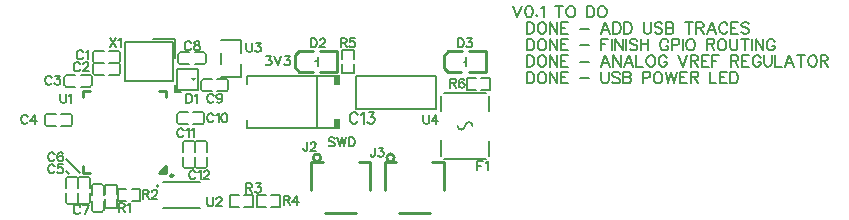
<source format=gto>
G04 Layer: TopSilkscreenLayer*
G04 EasyEDA v6.5.29, 2023-07-19 21:57:34*
G04 a2853ea9601d4119b13b16b9b4b396c2,5a6b42c53f6a479593ecc07194224c93,10*
G04 Gerber Generator version 0.2*
G04 Scale: 100 percent, Rotated: No, Reflected: No *
G04 Dimensions in millimeters *
G04 leading zeros omitted , absolute positions ,4 integer and 5 decimal *
%FSLAX45Y45*%
%MOMM*%

%ADD10C,0.1524*%
%ADD11C,0.1270*%
%ADD12C,0.1520*%
%ADD13C,0.2540*%
%ADD14C,0.2030*%
%ADD15C,0.2000*%
%ADD16C,0.0124*%

%LPD*%
D10*
X2705100Y1543050D02*
G01*
X2697988Y1550415D01*
X2687065Y1553971D01*
X2672588Y1553971D01*
X2661665Y1550415D01*
X2654300Y1543050D01*
X2654300Y1535684D01*
X2657856Y1528571D01*
X2661665Y1524762D01*
X2668777Y1521205D01*
X2690622Y1513839D01*
X2697988Y1510284D01*
X2701543Y1506728D01*
X2705100Y1499362D01*
X2705100Y1488439D01*
X2697988Y1481073D01*
X2687065Y1477518D01*
X2672588Y1477518D01*
X2661665Y1481073D01*
X2654300Y1488439D01*
X2729229Y1553971D02*
G01*
X2747263Y1477518D01*
X2765552Y1553971D02*
G01*
X2747263Y1477518D01*
X2765552Y1553971D02*
G01*
X2783840Y1477518D01*
X2801874Y1553971D02*
G01*
X2783840Y1477518D01*
X2826004Y1553971D02*
G01*
X2826004Y1477518D01*
X2826004Y1553971D02*
G01*
X2851404Y1553971D01*
X2862325Y1550415D01*
X2869691Y1543050D01*
X2873247Y1535684D01*
X2876804Y1524762D01*
X2876804Y1506728D01*
X2873247Y1495805D01*
X2869691Y1488439D01*
X2862325Y1481073D01*
X2851404Y1477518D01*
X2826004Y1477518D01*
X4330700Y2526537D02*
G01*
X4330700Y2431034D01*
X4330700Y2526537D02*
G01*
X4362450Y2526537D01*
X4376165Y2521965D01*
X4385309Y2513076D01*
X4389881Y2503931D01*
X4394454Y2490215D01*
X4394454Y2467610D01*
X4389881Y2453894D01*
X4385309Y2444750D01*
X4376165Y2435605D01*
X4362450Y2431034D01*
X4330700Y2431034D01*
X4451604Y2526537D02*
G01*
X4442459Y2521965D01*
X4433315Y2513076D01*
X4428997Y2503931D01*
X4424425Y2490215D01*
X4424425Y2467610D01*
X4428997Y2453894D01*
X4433315Y2444750D01*
X4442459Y2435605D01*
X4451604Y2431034D01*
X4469891Y2431034D01*
X4478781Y2435605D01*
X4487925Y2444750D01*
X4492497Y2453894D01*
X4497070Y2467610D01*
X4497070Y2490215D01*
X4492497Y2503931D01*
X4487925Y2513076D01*
X4478781Y2521965D01*
X4469891Y2526537D01*
X4451604Y2526537D01*
X4527041Y2526537D02*
G01*
X4527041Y2431034D01*
X4527041Y2526537D02*
G01*
X4590795Y2431034D01*
X4590795Y2526537D02*
G01*
X4590795Y2431034D01*
X4620768Y2526537D02*
G01*
X4620768Y2431034D01*
X4620768Y2526537D02*
G01*
X4679695Y2526537D01*
X4620768Y2481071D02*
G01*
X4657090Y2481071D01*
X4620768Y2431034D02*
G01*
X4679695Y2431034D01*
X4779772Y2472181D02*
G01*
X4861559Y2472181D01*
X4997958Y2526537D02*
G01*
X4961636Y2431034D01*
X4997958Y2526537D02*
G01*
X5034279Y2431034D01*
X4975352Y2463037D02*
G01*
X5020818Y2463037D01*
X5064252Y2526537D02*
G01*
X5064252Y2431034D01*
X5064252Y2526537D02*
G01*
X5096256Y2526537D01*
X5109718Y2521965D01*
X5118861Y2513076D01*
X5123434Y2503931D01*
X5128006Y2490215D01*
X5128006Y2467610D01*
X5123434Y2453894D01*
X5118861Y2444750D01*
X5109718Y2435605D01*
X5096256Y2431034D01*
X5064252Y2431034D01*
X5157977Y2526537D02*
G01*
X5157977Y2431034D01*
X5157977Y2526537D02*
G01*
X5189727Y2526537D01*
X5203443Y2521965D01*
X5212588Y2513076D01*
X5217159Y2503931D01*
X5221731Y2490215D01*
X5221731Y2467610D01*
X5217159Y2453894D01*
X5212588Y2444750D01*
X5203443Y2435605D01*
X5189727Y2431034D01*
X5157977Y2431034D01*
X5321554Y2526537D02*
G01*
X5321554Y2458465D01*
X5326125Y2444750D01*
X5335270Y2435605D01*
X5348986Y2431034D01*
X5357875Y2431034D01*
X5371591Y2435605D01*
X5380736Y2444750D01*
X5385308Y2458465D01*
X5385308Y2526537D01*
X5478779Y2513076D02*
G01*
X5469890Y2521965D01*
X5456174Y2526537D01*
X5437886Y2526537D01*
X5424424Y2521965D01*
X5415279Y2513076D01*
X5415279Y2503931D01*
X5419852Y2494787D01*
X5424424Y2490215D01*
X5433313Y2485644D01*
X5460745Y2476500D01*
X5469890Y2472181D01*
X5474208Y2467610D01*
X5478779Y2458465D01*
X5478779Y2444750D01*
X5469890Y2435605D01*
X5456174Y2431034D01*
X5437886Y2431034D01*
X5424424Y2435605D01*
X5415279Y2444750D01*
X5509006Y2526537D02*
G01*
X5509006Y2431034D01*
X5509006Y2526537D02*
G01*
X5549900Y2526537D01*
X5563361Y2521965D01*
X5567934Y2517394D01*
X5572506Y2508504D01*
X5572506Y2499360D01*
X5567934Y2490215D01*
X5563361Y2485644D01*
X5549900Y2481071D01*
X5509006Y2481071D02*
G01*
X5549900Y2481071D01*
X5563361Y2476500D01*
X5567934Y2472181D01*
X5572506Y2463037D01*
X5572506Y2449321D01*
X5567934Y2440178D01*
X5563361Y2435605D01*
X5549900Y2431034D01*
X5509006Y2431034D01*
X5704331Y2526537D02*
G01*
X5704331Y2431034D01*
X5672581Y2526537D02*
G01*
X5736081Y2526537D01*
X5766054Y2526537D02*
G01*
X5766054Y2431034D01*
X5766054Y2526537D02*
G01*
X5806947Y2526537D01*
X5820663Y2521965D01*
X5825236Y2517394D01*
X5829808Y2508504D01*
X5829808Y2499360D01*
X5825236Y2490215D01*
X5820663Y2485644D01*
X5806947Y2481071D01*
X5766054Y2481071D01*
X5798058Y2481071D02*
G01*
X5829808Y2431034D01*
X5896102Y2526537D02*
G01*
X5859779Y2431034D01*
X5896102Y2526537D02*
G01*
X5932424Y2431034D01*
X5873495Y2463037D02*
G01*
X5918961Y2463037D01*
X6030722Y2503931D02*
G01*
X6026150Y2513076D01*
X6017006Y2521965D01*
X6007861Y2526537D01*
X5989827Y2526537D01*
X5980684Y2521965D01*
X5971540Y2513076D01*
X5966968Y2503931D01*
X5962395Y2490215D01*
X5962395Y2467610D01*
X5966968Y2453894D01*
X5971540Y2444750D01*
X5980684Y2435605D01*
X5989827Y2431034D01*
X6007861Y2431034D01*
X6017006Y2435605D01*
X6026150Y2444750D01*
X6030722Y2453894D01*
X6060693Y2526537D02*
G01*
X6060693Y2431034D01*
X6060693Y2526537D02*
G01*
X6119875Y2526537D01*
X6060693Y2481071D02*
G01*
X6097015Y2481071D01*
X6060693Y2431034D02*
G01*
X6119875Y2431034D01*
X6213347Y2513076D02*
G01*
X6204458Y2521965D01*
X6190741Y2526537D01*
X6172454Y2526537D01*
X6158991Y2521965D01*
X6149847Y2513076D01*
X6149847Y2503931D01*
X6154420Y2494787D01*
X6158991Y2490215D01*
X6167881Y2485644D01*
X6195313Y2476500D01*
X6204458Y2472181D01*
X6208775Y2467610D01*
X6213347Y2458465D01*
X6213347Y2444750D01*
X6204458Y2435605D01*
X6190741Y2431034D01*
X6172454Y2431034D01*
X6158991Y2435605D01*
X6149847Y2444750D01*
X4330700Y2386837D02*
G01*
X4330700Y2291334D01*
X4330700Y2386837D02*
G01*
X4362450Y2386837D01*
X4376165Y2382265D01*
X4385309Y2373376D01*
X4389881Y2364231D01*
X4394454Y2350515D01*
X4394454Y2327910D01*
X4389881Y2314194D01*
X4385309Y2305050D01*
X4376165Y2295905D01*
X4362450Y2291334D01*
X4330700Y2291334D01*
X4451604Y2386837D02*
G01*
X4442459Y2382265D01*
X4433315Y2373376D01*
X4428997Y2364231D01*
X4424425Y2350515D01*
X4424425Y2327910D01*
X4428997Y2314194D01*
X4433315Y2305050D01*
X4442459Y2295905D01*
X4451604Y2291334D01*
X4469891Y2291334D01*
X4478781Y2295905D01*
X4487925Y2305050D01*
X4492497Y2314194D01*
X4497070Y2327910D01*
X4497070Y2350515D01*
X4492497Y2364231D01*
X4487925Y2373376D01*
X4478781Y2382265D01*
X4469891Y2386837D01*
X4451604Y2386837D01*
X4527041Y2386837D02*
G01*
X4527041Y2291334D01*
X4527041Y2386837D02*
G01*
X4590795Y2291334D01*
X4590795Y2386837D02*
G01*
X4590795Y2291334D01*
X4620768Y2386837D02*
G01*
X4620768Y2291334D01*
X4620768Y2386837D02*
G01*
X4679695Y2386837D01*
X4620768Y2341371D02*
G01*
X4657090Y2341371D01*
X4620768Y2291334D02*
G01*
X4679695Y2291334D01*
X4779772Y2332481D02*
G01*
X4861559Y2332481D01*
X4961636Y2386837D02*
G01*
X4961636Y2291334D01*
X4961636Y2386837D02*
G01*
X5020818Y2386837D01*
X4961636Y2341371D02*
G01*
X4997958Y2341371D01*
X5050790Y2386837D02*
G01*
X5050790Y2291334D01*
X5080761Y2386837D02*
G01*
X5080761Y2291334D01*
X5080761Y2386837D02*
G01*
X5144261Y2291334D01*
X5144261Y2386837D02*
G01*
X5144261Y2291334D01*
X5174234Y2386837D02*
G01*
X5174234Y2291334D01*
X5267959Y2373376D02*
G01*
X5258815Y2382265D01*
X5245354Y2386837D01*
X5227065Y2386837D01*
X5213350Y2382265D01*
X5204459Y2373376D01*
X5204459Y2364231D01*
X5208777Y2355087D01*
X5213350Y2350515D01*
X5222493Y2345944D01*
X5249672Y2336800D01*
X5258815Y2332481D01*
X5263388Y2327910D01*
X5267959Y2318765D01*
X5267959Y2305050D01*
X5258815Y2295905D01*
X5245354Y2291334D01*
X5227065Y2291334D01*
X5213350Y2295905D01*
X5204459Y2305050D01*
X5297931Y2386837D02*
G01*
X5297931Y2291334D01*
X5361686Y2386837D02*
G01*
X5361686Y2291334D01*
X5297931Y2341371D02*
G01*
X5361686Y2341371D01*
X5529834Y2364231D02*
G01*
X5525261Y2373376D01*
X5516118Y2382265D01*
X5506974Y2386837D01*
X5488940Y2386837D01*
X5479795Y2382265D01*
X5470652Y2373376D01*
X5466079Y2364231D01*
X5461508Y2350515D01*
X5461508Y2327910D01*
X5466079Y2314194D01*
X5470652Y2305050D01*
X5479795Y2295905D01*
X5488940Y2291334D01*
X5506974Y2291334D01*
X5516118Y2295905D01*
X5525261Y2305050D01*
X5529834Y2314194D01*
X5529834Y2327910D01*
X5506974Y2327910D02*
G01*
X5529834Y2327910D01*
X5559806Y2386837D02*
G01*
X5559806Y2291334D01*
X5559806Y2386837D02*
G01*
X5600700Y2386837D01*
X5614415Y2382265D01*
X5618988Y2377694D01*
X5623306Y2368804D01*
X5623306Y2355087D01*
X5618988Y2345944D01*
X5614415Y2341371D01*
X5600700Y2336800D01*
X5559806Y2336800D01*
X5653531Y2386837D02*
G01*
X5653531Y2291334D01*
X5710681Y2386837D02*
G01*
X5701538Y2382265D01*
X5692393Y2373376D01*
X5688075Y2364231D01*
X5683504Y2350515D01*
X5683504Y2327910D01*
X5688075Y2314194D01*
X5692393Y2305050D01*
X5701538Y2295905D01*
X5710681Y2291334D01*
X5728970Y2291334D01*
X5737859Y2295905D01*
X5747004Y2305050D01*
X5751575Y2314194D01*
X5756147Y2327910D01*
X5756147Y2350515D01*
X5751575Y2364231D01*
X5747004Y2373376D01*
X5737859Y2382265D01*
X5728970Y2386837D01*
X5710681Y2386837D01*
X5856224Y2386837D02*
G01*
X5856224Y2291334D01*
X5856224Y2386837D02*
G01*
X5897118Y2386837D01*
X5910579Y2382265D01*
X5915152Y2377694D01*
X5919724Y2368804D01*
X5919724Y2359660D01*
X5915152Y2350515D01*
X5910579Y2345944D01*
X5897118Y2341371D01*
X5856224Y2341371D01*
X5887974Y2341371D02*
G01*
X5919724Y2291334D01*
X5977127Y2386837D02*
G01*
X5967984Y2382265D01*
X5958840Y2373376D01*
X5954268Y2364231D01*
X5949695Y2350515D01*
X5949695Y2327910D01*
X5954268Y2314194D01*
X5958840Y2305050D01*
X5967984Y2295905D01*
X5977127Y2291334D01*
X5995161Y2291334D01*
X6004306Y2295905D01*
X6013450Y2305050D01*
X6018022Y2314194D01*
X6022593Y2327910D01*
X6022593Y2350515D01*
X6018022Y2364231D01*
X6013450Y2373376D01*
X6004306Y2382265D01*
X5995161Y2386837D01*
X5977127Y2386837D01*
X6052565Y2386837D02*
G01*
X6052565Y2318765D01*
X6057138Y2305050D01*
X6066027Y2295905D01*
X6079743Y2291334D01*
X6088888Y2291334D01*
X6102604Y2295905D01*
X6111493Y2305050D01*
X6116065Y2318765D01*
X6116065Y2386837D01*
X6178041Y2386837D02*
G01*
X6178041Y2291334D01*
X6146038Y2386837D02*
G01*
X6209791Y2386837D01*
X6239763Y2386837D02*
G01*
X6239763Y2291334D01*
X6269736Y2386837D02*
G01*
X6269736Y2291334D01*
X6269736Y2386837D02*
G01*
X6333490Y2291334D01*
X6333490Y2386837D02*
G01*
X6333490Y2291334D01*
X6431534Y2364231D02*
G01*
X6426961Y2373376D01*
X6418072Y2382265D01*
X6408927Y2386837D01*
X6390640Y2386837D01*
X6381495Y2382265D01*
X6372606Y2373376D01*
X6368034Y2364231D01*
X6363461Y2350515D01*
X6363461Y2327910D01*
X6368034Y2314194D01*
X6372606Y2305050D01*
X6381495Y2295905D01*
X6390640Y2291334D01*
X6408927Y2291334D01*
X6418072Y2295905D01*
X6426961Y2305050D01*
X6431534Y2314194D01*
X6431534Y2327910D01*
X6408927Y2327910D02*
G01*
X6431534Y2327910D01*
X4330700Y2247137D02*
G01*
X4330700Y2151634D01*
X4330700Y2247137D02*
G01*
X4362450Y2247137D01*
X4376165Y2242565D01*
X4385309Y2233676D01*
X4389881Y2224531D01*
X4394454Y2210815D01*
X4394454Y2188210D01*
X4389881Y2174494D01*
X4385309Y2165350D01*
X4376165Y2156205D01*
X4362450Y2151634D01*
X4330700Y2151634D01*
X4451604Y2247137D02*
G01*
X4442459Y2242565D01*
X4433315Y2233676D01*
X4428997Y2224531D01*
X4424425Y2210815D01*
X4424425Y2188210D01*
X4428997Y2174494D01*
X4433315Y2165350D01*
X4442459Y2156205D01*
X4451604Y2151634D01*
X4469891Y2151634D01*
X4478781Y2156205D01*
X4487925Y2165350D01*
X4492497Y2174494D01*
X4497070Y2188210D01*
X4497070Y2210815D01*
X4492497Y2224531D01*
X4487925Y2233676D01*
X4478781Y2242565D01*
X4469891Y2247137D01*
X4451604Y2247137D01*
X4527041Y2247137D02*
G01*
X4527041Y2151634D01*
X4527041Y2247137D02*
G01*
X4590795Y2151634D01*
X4590795Y2247137D02*
G01*
X4590795Y2151634D01*
X4620768Y2247137D02*
G01*
X4620768Y2151634D01*
X4620768Y2247137D02*
G01*
X4679695Y2247137D01*
X4620768Y2201671D02*
G01*
X4657090Y2201671D01*
X4620768Y2151634D02*
G01*
X4679695Y2151634D01*
X4779772Y2192781D02*
G01*
X4861559Y2192781D01*
X4997958Y2247137D02*
G01*
X4961636Y2151634D01*
X4997958Y2247137D02*
G01*
X5034279Y2151634D01*
X4975352Y2183637D02*
G01*
X5020818Y2183637D01*
X5064252Y2247137D02*
G01*
X5064252Y2151634D01*
X5064252Y2247137D02*
G01*
X5128006Y2151634D01*
X5128006Y2247137D02*
G01*
X5128006Y2151634D01*
X5194300Y2247137D02*
G01*
X5157977Y2151634D01*
X5194300Y2247137D02*
G01*
X5230622Y2151634D01*
X5171693Y2183637D02*
G01*
X5217159Y2183637D01*
X5260593Y2247137D02*
G01*
X5260593Y2151634D01*
X5260593Y2151634D02*
G01*
X5315204Y2151634D01*
X5372608Y2247137D02*
G01*
X5363463Y2242565D01*
X5354320Y2233676D01*
X5349747Y2224531D01*
X5345175Y2210815D01*
X5345175Y2188210D01*
X5349747Y2174494D01*
X5354320Y2165350D01*
X5363463Y2156205D01*
X5372608Y2151634D01*
X5390641Y2151634D01*
X5399786Y2156205D01*
X5408929Y2165350D01*
X5413502Y2174494D01*
X5418074Y2188210D01*
X5418074Y2210815D01*
X5413502Y2224531D01*
X5408929Y2233676D01*
X5399786Y2242565D01*
X5390641Y2247137D01*
X5372608Y2247137D01*
X5516118Y2224531D02*
G01*
X5511545Y2233676D01*
X5502402Y2242565D01*
X5493511Y2247137D01*
X5475224Y2247137D01*
X5466079Y2242565D01*
X5456936Y2233676D01*
X5452618Y2224531D01*
X5448045Y2210815D01*
X5448045Y2188210D01*
X5452618Y2174494D01*
X5456936Y2165350D01*
X5466079Y2156205D01*
X5475224Y2151634D01*
X5493511Y2151634D01*
X5502402Y2156205D01*
X5511545Y2165350D01*
X5516118Y2174494D01*
X5516118Y2188210D01*
X5493511Y2188210D02*
G01*
X5516118Y2188210D01*
X5616193Y2247137D02*
G01*
X5652515Y2151634D01*
X5688838Y2247137D02*
G01*
X5652515Y2151634D01*
X5718809Y2247137D02*
G01*
X5718809Y2151634D01*
X5718809Y2247137D02*
G01*
X5759704Y2247137D01*
X5773420Y2242565D01*
X5777991Y2237994D01*
X5782563Y2229104D01*
X5782563Y2219960D01*
X5777991Y2210815D01*
X5773420Y2206244D01*
X5759704Y2201671D01*
X5718809Y2201671D01*
X5750813Y2201671D02*
G01*
X5782563Y2151634D01*
X5812536Y2247137D02*
G01*
X5812536Y2151634D01*
X5812536Y2247137D02*
G01*
X5871718Y2247137D01*
X5812536Y2201671D02*
G01*
X5848858Y2201671D01*
X5812536Y2151634D02*
G01*
X5871718Y2151634D01*
X5901690Y2247137D02*
G01*
X5901690Y2151634D01*
X5901690Y2247137D02*
G01*
X5960618Y2247137D01*
X5901690Y2201671D02*
G01*
X5938011Y2201671D01*
X6060693Y2247137D02*
G01*
X6060693Y2151634D01*
X6060693Y2247137D02*
G01*
X6101588Y2247137D01*
X6115304Y2242565D01*
X6119875Y2237994D01*
X6124447Y2229104D01*
X6124447Y2219960D01*
X6119875Y2210815D01*
X6115304Y2206244D01*
X6101588Y2201671D01*
X6060693Y2201671D01*
X6092443Y2201671D02*
G01*
X6124447Y2151634D01*
X6154420Y2247137D02*
G01*
X6154420Y2151634D01*
X6154420Y2247137D02*
G01*
X6213347Y2247137D01*
X6154420Y2201671D02*
G01*
X6190741Y2201671D01*
X6154420Y2151634D02*
G01*
X6213347Y2151634D01*
X6311645Y2224531D02*
G01*
X6307074Y2233676D01*
X6297929Y2242565D01*
X6288786Y2247137D01*
X6270752Y2247137D01*
X6261608Y2242565D01*
X6252463Y2233676D01*
X6247891Y2224531D01*
X6243320Y2210815D01*
X6243320Y2188210D01*
X6247891Y2174494D01*
X6252463Y2165350D01*
X6261608Y2156205D01*
X6270752Y2151634D01*
X6288786Y2151634D01*
X6297929Y2156205D01*
X6307074Y2165350D01*
X6311645Y2174494D01*
X6311645Y2188210D01*
X6288786Y2188210D02*
G01*
X6311645Y2188210D01*
X6341618Y2247137D02*
G01*
X6341618Y2179065D01*
X6346190Y2165350D01*
X6355334Y2156205D01*
X6368795Y2151634D01*
X6377940Y2151634D01*
X6391656Y2156205D01*
X6400800Y2165350D01*
X6405118Y2179065D01*
X6405118Y2247137D01*
X6435343Y2247137D02*
G01*
X6435343Y2151634D01*
X6435343Y2151634D02*
G01*
X6489700Y2151634D01*
X6556247Y2247137D02*
G01*
X6519672Y2151634D01*
X6556247Y2247137D02*
G01*
X6592570Y2151634D01*
X6533388Y2183637D02*
G01*
X6578854Y2183637D01*
X6654291Y2247137D02*
G01*
X6654291Y2151634D01*
X6622541Y2247137D02*
G01*
X6686041Y2247137D01*
X6743445Y2247137D02*
G01*
X6734302Y2242565D01*
X6725158Y2233676D01*
X6720586Y2224531D01*
X6716268Y2210815D01*
X6716268Y2188210D01*
X6720586Y2174494D01*
X6725158Y2165350D01*
X6734302Y2156205D01*
X6743445Y2151634D01*
X6761479Y2151634D01*
X6770624Y2156205D01*
X6779768Y2165350D01*
X6784340Y2174494D01*
X6788911Y2188210D01*
X6788911Y2210815D01*
X6784340Y2224531D01*
X6779768Y2233676D01*
X6770624Y2242565D01*
X6761479Y2247137D01*
X6743445Y2247137D01*
X6818884Y2247137D02*
G01*
X6818884Y2151634D01*
X6818884Y2247137D02*
G01*
X6859777Y2247137D01*
X6873493Y2242565D01*
X6878065Y2237994D01*
X6882638Y2229104D01*
X6882638Y2219960D01*
X6878065Y2210815D01*
X6873493Y2206244D01*
X6859777Y2201671D01*
X6818884Y2201671D01*
X6850634Y2201671D02*
G01*
X6882638Y2151634D01*
X4330700Y2107437D02*
G01*
X4330700Y2011934D01*
X4330700Y2107437D02*
G01*
X4362450Y2107437D01*
X4376165Y2102865D01*
X4385309Y2093976D01*
X4389881Y2084831D01*
X4394454Y2071115D01*
X4394454Y2048510D01*
X4389881Y2034794D01*
X4385309Y2025650D01*
X4376165Y2016505D01*
X4362450Y2011934D01*
X4330700Y2011934D01*
X4451604Y2107437D02*
G01*
X4442459Y2102865D01*
X4433315Y2093976D01*
X4428997Y2084831D01*
X4424425Y2071115D01*
X4424425Y2048510D01*
X4428997Y2034794D01*
X4433315Y2025650D01*
X4442459Y2016505D01*
X4451604Y2011934D01*
X4469891Y2011934D01*
X4478781Y2016505D01*
X4487925Y2025650D01*
X4492497Y2034794D01*
X4497070Y2048510D01*
X4497070Y2071115D01*
X4492497Y2084831D01*
X4487925Y2093976D01*
X4478781Y2102865D01*
X4469891Y2107437D01*
X4451604Y2107437D01*
X4527041Y2107437D02*
G01*
X4527041Y2011934D01*
X4527041Y2107437D02*
G01*
X4590795Y2011934D01*
X4590795Y2107437D02*
G01*
X4590795Y2011934D01*
X4620768Y2107437D02*
G01*
X4620768Y2011934D01*
X4620768Y2107437D02*
G01*
X4679695Y2107437D01*
X4620768Y2061971D02*
G01*
X4657090Y2061971D01*
X4620768Y2011934D02*
G01*
X4679695Y2011934D01*
X4779772Y2053081D02*
G01*
X4861559Y2053081D01*
X4961636Y2107437D02*
G01*
X4961636Y2039365D01*
X4966208Y2025650D01*
X4975352Y2016505D01*
X4988813Y2011934D01*
X4997958Y2011934D01*
X5011674Y2016505D01*
X5020818Y2025650D01*
X5025136Y2039365D01*
X5025136Y2107437D01*
X5118861Y2093976D02*
G01*
X5109718Y2102865D01*
X5096256Y2107437D01*
X5077968Y2107437D01*
X5064252Y2102865D01*
X5055361Y2093976D01*
X5055361Y2084831D01*
X5059679Y2075687D01*
X5064252Y2071115D01*
X5073395Y2066544D01*
X5100574Y2057400D01*
X5109718Y2053081D01*
X5114290Y2048510D01*
X5118861Y2039365D01*
X5118861Y2025650D01*
X5109718Y2016505D01*
X5096256Y2011934D01*
X5077968Y2011934D01*
X5064252Y2016505D01*
X5055361Y2025650D01*
X5148834Y2107437D02*
G01*
X5148834Y2011934D01*
X5148834Y2107437D02*
G01*
X5189727Y2107437D01*
X5203443Y2102865D01*
X5208015Y2098294D01*
X5212588Y2089404D01*
X5212588Y2080260D01*
X5208015Y2071115D01*
X5203443Y2066544D01*
X5189727Y2061971D01*
X5148834Y2061971D02*
G01*
X5189727Y2061971D01*
X5203443Y2057400D01*
X5208015Y2053081D01*
X5212588Y2043937D01*
X5212588Y2030221D01*
X5208015Y2021078D01*
X5203443Y2016505D01*
X5189727Y2011934D01*
X5148834Y2011934D01*
X5312409Y2107437D02*
G01*
X5312409Y2011934D01*
X5312409Y2107437D02*
G01*
X5353304Y2107437D01*
X5367020Y2102865D01*
X5371591Y2098294D01*
X5376163Y2089404D01*
X5376163Y2075687D01*
X5371591Y2066544D01*
X5367020Y2061971D01*
X5353304Y2057400D01*
X5312409Y2057400D01*
X5433313Y2107437D02*
G01*
X5424424Y2102865D01*
X5415279Y2093976D01*
X5410708Y2084831D01*
X5406136Y2071115D01*
X5406136Y2048510D01*
X5410708Y2034794D01*
X5415279Y2025650D01*
X5424424Y2016505D01*
X5433313Y2011934D01*
X5451602Y2011934D01*
X5460745Y2016505D01*
X5469890Y2025650D01*
X5474208Y2034794D01*
X5478779Y2048510D01*
X5478779Y2071115D01*
X5474208Y2084831D01*
X5469890Y2093976D01*
X5460745Y2102865D01*
X5451602Y2107437D01*
X5433313Y2107437D01*
X5509006Y2107437D02*
G01*
X5531611Y2011934D01*
X5554218Y2107437D02*
G01*
X5531611Y2011934D01*
X5554218Y2107437D02*
G01*
X5577077Y2011934D01*
X5599684Y2107437D02*
G01*
X5577077Y2011934D01*
X5629909Y2107437D02*
G01*
X5629909Y2011934D01*
X5629909Y2107437D02*
G01*
X5688838Y2107437D01*
X5629909Y2061971D02*
G01*
X5666231Y2061971D01*
X5629909Y2011934D02*
G01*
X5688838Y2011934D01*
X5718809Y2107437D02*
G01*
X5718809Y2011934D01*
X5718809Y2107437D02*
G01*
X5759704Y2107437D01*
X5773420Y2102865D01*
X5777991Y2098294D01*
X5782563Y2089404D01*
X5782563Y2080260D01*
X5777991Y2071115D01*
X5773420Y2066544D01*
X5759704Y2061971D01*
X5718809Y2061971D01*
X5750813Y2061971D02*
G01*
X5782563Y2011934D01*
X5882640Y2107437D02*
G01*
X5882640Y2011934D01*
X5882640Y2011934D02*
G01*
X5936995Y2011934D01*
X5966968Y2107437D02*
G01*
X5966968Y2011934D01*
X5966968Y2107437D02*
G01*
X6026150Y2107437D01*
X5966968Y2061971D02*
G01*
X6003543Y2061971D01*
X5966968Y2011934D02*
G01*
X6026150Y2011934D01*
X6056122Y2107437D02*
G01*
X6056122Y2011934D01*
X6056122Y2107437D02*
G01*
X6087872Y2107437D01*
X6101588Y2102865D01*
X6110731Y2093976D01*
X6115304Y2084831D01*
X6119875Y2071115D01*
X6119875Y2048510D01*
X6115304Y2034794D01*
X6110731Y2025650D01*
X6101588Y2016505D01*
X6087872Y2011934D01*
X6056122Y2011934D01*
X2128265Y2239771D02*
G01*
X2168143Y2239771D01*
X2146300Y2210562D01*
X2157222Y2210562D01*
X2164588Y2207005D01*
X2168143Y2203450D01*
X2171700Y2192528D01*
X2171700Y2185162D01*
X2168143Y2174239D01*
X2160777Y2166873D01*
X2150109Y2163318D01*
X2139188Y2163318D01*
X2128265Y2166873D01*
X2124456Y2170684D01*
X2120900Y2177795D01*
X2195829Y2239771D02*
G01*
X2224786Y2163318D01*
X2253995Y2239771D02*
G01*
X2224786Y2163318D01*
X2285238Y2239771D02*
G01*
X2325370Y2239771D01*
X2303525Y2210562D01*
X2314447Y2210562D01*
X2321559Y2207005D01*
X2325370Y2203450D01*
X2328925Y2192528D01*
X2328925Y2185162D01*
X2325370Y2174239D01*
X2318004Y2166873D01*
X2307081Y2163318D01*
X2296159Y2163318D01*
X2285238Y2166873D01*
X2281681Y2170684D01*
X2277872Y2177795D01*
X4216400Y2666237D02*
G01*
X4252722Y2570734D01*
X4289043Y2666237D02*
G01*
X4252722Y2570734D01*
X4346447Y2666237D02*
G01*
X4332731Y2661665D01*
X4323588Y2648204D01*
X4319015Y2625344D01*
X4319015Y2611881D01*
X4323588Y2589021D01*
X4332731Y2575305D01*
X4346447Y2570734D01*
X4355591Y2570734D01*
X4369054Y2575305D01*
X4378197Y2589021D01*
X4382770Y2611881D01*
X4382770Y2625344D01*
X4378197Y2648204D01*
X4369054Y2661665D01*
X4355591Y2666237D01*
X4346447Y2666237D01*
X4417313Y2593594D02*
G01*
X4412741Y2589021D01*
X4417313Y2584450D01*
X4421886Y2589021D01*
X4417313Y2593594D01*
X4451858Y2648204D02*
G01*
X4461002Y2652776D01*
X4474463Y2666237D01*
X4474463Y2570734D01*
X4606290Y2666237D02*
G01*
X4606290Y2570734D01*
X4574540Y2666237D02*
G01*
X4638293Y2666237D01*
X4695443Y2666237D02*
G01*
X4686300Y2661665D01*
X4677409Y2652776D01*
X4672838Y2643631D01*
X4668265Y2629915D01*
X4668265Y2607310D01*
X4672838Y2593594D01*
X4677409Y2584450D01*
X4686300Y2575305D01*
X4695443Y2570734D01*
X4713731Y2570734D01*
X4722875Y2575305D01*
X4731765Y2584450D01*
X4736338Y2593594D01*
X4740909Y2607310D01*
X4740909Y2629915D01*
X4736338Y2643631D01*
X4731765Y2652776D01*
X4722875Y2661665D01*
X4713731Y2666237D01*
X4695443Y2666237D01*
X4840986Y2666237D02*
G01*
X4840986Y2570734D01*
X4840986Y2666237D02*
G01*
X4872736Y2666237D01*
X4886452Y2661665D01*
X4895595Y2652776D01*
X4899913Y2643631D01*
X4904486Y2629915D01*
X4904486Y2607310D01*
X4899913Y2593594D01*
X4895595Y2584450D01*
X4886452Y2575305D01*
X4872736Y2570734D01*
X4840986Y2570734D01*
X4961890Y2666237D02*
G01*
X4952745Y2661665D01*
X4943602Y2652776D01*
X4939029Y2643631D01*
X4934458Y2629915D01*
X4934458Y2607310D01*
X4939029Y2593594D01*
X4943602Y2584450D01*
X4952745Y2575305D01*
X4961890Y2570734D01*
X4979924Y2570734D01*
X4989068Y2575305D01*
X4998211Y2584450D01*
X5002784Y2593594D01*
X5007356Y2607310D01*
X5007356Y2629915D01*
X5002784Y2643631D01*
X4998211Y2652776D01*
X4989068Y2661665D01*
X4979924Y2666237D01*
X4961890Y2666237D01*
X3911600Y1350771D02*
G01*
X3911600Y1274318D01*
X3911600Y1350771D02*
G01*
X3958843Y1350771D01*
X3911600Y1314450D02*
G01*
X3940809Y1314450D01*
X3982974Y1336294D02*
G01*
X3990086Y1339850D01*
X4001008Y1350771D01*
X4001008Y1274318D01*
X2755900Y2392171D02*
G01*
X2755900Y2315718D01*
X2755900Y2392171D02*
G01*
X2788665Y2392171D01*
X2799588Y2388615D01*
X2803143Y2384805D01*
X2806700Y2377694D01*
X2806700Y2370328D01*
X2803143Y2362962D01*
X2799588Y2359405D01*
X2788665Y2355850D01*
X2755900Y2355850D01*
X2781300Y2355850D02*
G01*
X2806700Y2315718D01*
X2874518Y2392171D02*
G01*
X2838195Y2392171D01*
X2834386Y2359405D01*
X2838195Y2362962D01*
X2848863Y2366771D01*
X2859786Y2366771D01*
X2870708Y2362962D01*
X2878074Y2355850D01*
X2881629Y2344928D01*
X2881629Y2337562D01*
X2878074Y2326639D01*
X2870708Y2319273D01*
X2859786Y2315718D01*
X2848863Y2315718D01*
X2838195Y2319273D01*
X2834386Y2323084D01*
X2830829Y2330195D01*
X3683000Y2049271D02*
G01*
X3683000Y1972818D01*
X3683000Y2049271D02*
G01*
X3715765Y2049271D01*
X3726688Y2045715D01*
X3730243Y2041905D01*
X3733800Y2034794D01*
X3733800Y2027428D01*
X3730243Y2020062D01*
X3726688Y2016505D01*
X3715765Y2012950D01*
X3683000Y2012950D01*
X3708400Y2012950D02*
G01*
X3733800Y1972818D01*
X3801618Y2038350D02*
G01*
X3797808Y2045715D01*
X3786886Y2049271D01*
X3779774Y2049271D01*
X3768852Y2045715D01*
X3761486Y2034794D01*
X3757929Y2016505D01*
X3757929Y1998218D01*
X3761486Y1983739D01*
X3768852Y1976373D01*
X3779774Y1972818D01*
X3783329Y1972818D01*
X3794252Y1976373D01*
X3801618Y1983739D01*
X3805174Y1994662D01*
X3805174Y1998218D01*
X3801618Y2009139D01*
X3794252Y2016505D01*
X3783329Y2020062D01*
X3779774Y2020062D01*
X3768852Y2016505D01*
X3761486Y2009139D01*
X3757929Y1998218D01*
X1079500Y1109471D02*
G01*
X1079500Y1033018D01*
X1079500Y1109471D02*
G01*
X1112265Y1109471D01*
X1123188Y1105915D01*
X1126743Y1102105D01*
X1130300Y1094994D01*
X1130300Y1087628D01*
X1126743Y1080262D01*
X1123188Y1076705D01*
X1112265Y1073150D01*
X1079500Y1073150D01*
X1104900Y1073150D02*
G01*
X1130300Y1033018D01*
X1157986Y1091184D02*
G01*
X1157986Y1094994D01*
X1161795Y1102105D01*
X1165352Y1105915D01*
X1172463Y1109471D01*
X1187195Y1109471D01*
X1194308Y1105915D01*
X1198118Y1102105D01*
X1201674Y1094994D01*
X1201674Y1087628D01*
X1198118Y1080262D01*
X1190752Y1069339D01*
X1154429Y1033018D01*
X1205229Y1033018D01*
X876300Y995171D02*
G01*
X876300Y918718D01*
X876300Y995171D02*
G01*
X909065Y995171D01*
X919988Y991615D01*
X923543Y987805D01*
X927100Y980694D01*
X927100Y973328D01*
X923543Y965962D01*
X919988Y962405D01*
X909065Y958850D01*
X876300Y958850D01*
X901700Y958850D02*
G01*
X927100Y918718D01*
X951229Y980694D02*
G01*
X958595Y984250D01*
X969263Y995171D01*
X969263Y918718D01*
X2501900Y2392171D02*
G01*
X2501900Y2315718D01*
X2501900Y2392171D02*
G01*
X2527300Y2392171D01*
X2538222Y2388615D01*
X2545588Y2381250D01*
X2549143Y2373884D01*
X2552700Y2362962D01*
X2552700Y2344928D01*
X2549143Y2334005D01*
X2545588Y2326639D01*
X2538222Y2319273D01*
X2527300Y2315718D01*
X2501900Y2315718D01*
X2580386Y2373884D02*
G01*
X2580386Y2377694D01*
X2584195Y2384805D01*
X2587752Y2388615D01*
X2594863Y2392171D01*
X2609595Y2392171D01*
X2616708Y2388615D01*
X2620518Y2384805D01*
X2624074Y2377694D01*
X2624074Y2370328D01*
X2620518Y2362962D01*
X2613152Y2352039D01*
X2576829Y2315718D01*
X2627629Y2315718D01*
X3746500Y2392171D02*
G01*
X3746500Y2315718D01*
X3746500Y2392171D02*
G01*
X3771900Y2392171D01*
X3782822Y2388615D01*
X3790188Y2381250D01*
X3793743Y2373884D01*
X3797300Y2362962D01*
X3797300Y2344928D01*
X3793743Y2334005D01*
X3790188Y2326639D01*
X3782822Y2319273D01*
X3771900Y2315718D01*
X3746500Y2315718D01*
X3828795Y2392171D02*
G01*
X3868674Y2392171D01*
X3846829Y2362962D01*
X3857752Y2362962D01*
X3865118Y2359405D01*
X3868674Y2355850D01*
X3872229Y2344928D01*
X3872229Y2337562D01*
X3868674Y2326639D01*
X3861308Y2319273D01*
X3850386Y2315718D01*
X3839463Y2315718D01*
X3828795Y2319273D01*
X3824986Y2323084D01*
X3821429Y2330195D01*
X1955800Y2354071D02*
G01*
X1955800Y2299462D01*
X1959356Y2288539D01*
X1966722Y2281173D01*
X1977643Y2277618D01*
X1985009Y2277618D01*
X1995677Y2281173D01*
X2003043Y2288539D01*
X2006600Y2299462D01*
X2006600Y2354071D01*
X2038095Y2354071D02*
G01*
X2077974Y2354071D01*
X2056129Y2324862D01*
X2067052Y2324862D01*
X2074418Y2321305D01*
X2077974Y2317750D01*
X2081529Y2306828D01*
X2081529Y2299462D01*
X2077974Y2288539D01*
X2070608Y2281173D01*
X2059686Y2277618D01*
X2048763Y2277618D01*
X2038095Y2281173D01*
X2034286Y2284984D01*
X2030729Y2292095D01*
X3454400Y1744471D02*
G01*
X3454400Y1689862D01*
X3457956Y1678939D01*
X3465322Y1671573D01*
X3476243Y1668018D01*
X3483609Y1668018D01*
X3494277Y1671573D01*
X3501643Y1678939D01*
X3505200Y1689862D01*
X3505200Y1744471D01*
X3565652Y1744471D02*
G01*
X3529329Y1693418D01*
X3583940Y1693418D01*
X3565652Y1744471D02*
G01*
X3565652Y1668018D01*
X2900172Y1741931D02*
G01*
X2895854Y1751076D01*
X2886709Y1759965D01*
X2877565Y1764537D01*
X2859277Y1764537D01*
X2850388Y1759965D01*
X2841243Y1751076D01*
X2836672Y1741931D01*
X2832100Y1728215D01*
X2832100Y1705610D01*
X2836672Y1691894D01*
X2841243Y1682750D01*
X2850388Y1673605D01*
X2859277Y1669034D01*
X2877565Y1669034D01*
X2886709Y1673605D01*
X2895854Y1682750D01*
X2900172Y1691894D01*
X2930397Y1746504D02*
G01*
X2939288Y1751076D01*
X2953004Y1764537D01*
X2953004Y1669034D01*
X2992120Y1764537D02*
G01*
X3042158Y1764537D01*
X3014725Y1728215D01*
X3028441Y1728215D01*
X3037586Y1723644D01*
X3042158Y1719071D01*
X3046729Y1705610D01*
X3046729Y1696465D01*
X3042158Y1682750D01*
X3033013Y1673605D01*
X3019297Y1669034D01*
X3005836Y1669034D01*
X2992120Y1673605D01*
X2987547Y1678178D01*
X2982975Y1687321D01*
X1956054Y1163065D02*
G01*
X1956054Y1086612D01*
X1956054Y1163065D02*
G01*
X1988820Y1163065D01*
X1999741Y1159510D01*
X2003297Y1155700D01*
X2007108Y1148587D01*
X2007108Y1141221D01*
X2003297Y1133855D01*
X1999741Y1130300D01*
X1988820Y1126744D01*
X1956054Y1126744D01*
X1981454Y1126744D02*
G01*
X2007108Y1086612D01*
X2038350Y1163065D02*
G01*
X2078227Y1163065D01*
X2056384Y1133855D01*
X2067306Y1133855D01*
X2074672Y1130300D01*
X2078227Y1126744D01*
X2082038Y1115821D01*
X2082038Y1108455D01*
X2078227Y1097534D01*
X2071115Y1090421D01*
X2060193Y1086612D01*
X2049272Y1086612D01*
X2038350Y1090421D01*
X2034540Y1093978D01*
X2030984Y1101344D01*
X2273300Y1058671D02*
G01*
X2273300Y982218D01*
X2273300Y1058671D02*
G01*
X2306065Y1058671D01*
X2316988Y1055115D01*
X2320543Y1051305D01*
X2324100Y1044194D01*
X2324100Y1036828D01*
X2320543Y1029462D01*
X2316988Y1025905D01*
X2306065Y1022350D01*
X2273300Y1022350D01*
X2298700Y1022350D02*
G01*
X2324100Y982218D01*
X2384552Y1058671D02*
G01*
X2348229Y1007618D01*
X2402840Y1007618D01*
X2384552Y1058671D02*
G01*
X2384552Y982218D01*
X334010Y1408684D02*
G01*
X330200Y1416050D01*
X323087Y1423415D01*
X315721Y1426971D01*
X301244Y1426971D01*
X293878Y1423415D01*
X286765Y1416050D01*
X282955Y1408684D01*
X279400Y1397762D01*
X279400Y1379728D01*
X282955Y1368805D01*
X286765Y1361439D01*
X293878Y1354073D01*
X301244Y1350518D01*
X315721Y1350518D01*
X323087Y1354073D01*
X330200Y1361439D01*
X334010Y1368805D01*
X401573Y1416050D02*
G01*
X398018Y1423415D01*
X387095Y1426971D01*
X379729Y1426971D01*
X368807Y1423415D01*
X361695Y1412494D01*
X357886Y1394205D01*
X357886Y1375918D01*
X361695Y1361439D01*
X368807Y1354073D01*
X379729Y1350518D01*
X383286Y1350518D01*
X394207Y1354073D01*
X401573Y1361439D01*
X405129Y1372362D01*
X405129Y1375918D01*
X401573Y1386839D01*
X394207Y1394205D01*
X383286Y1397762D01*
X379729Y1397762D01*
X368807Y1394205D01*
X361695Y1386839D01*
X357886Y1375918D01*
X549910Y964184D02*
G01*
X546100Y971550D01*
X538987Y978915D01*
X531621Y982471D01*
X517144Y982471D01*
X509778Y978915D01*
X502665Y971550D01*
X498855Y964184D01*
X495300Y953262D01*
X495300Y935228D01*
X498855Y924305D01*
X502665Y916939D01*
X509778Y909573D01*
X517144Y906018D01*
X531621Y906018D01*
X538987Y909573D01*
X546100Y916939D01*
X549910Y924305D01*
X624839Y982471D02*
G01*
X588263Y906018D01*
X573786Y982471D02*
G01*
X624839Y982471D01*
X334010Y1307084D02*
G01*
X330200Y1314450D01*
X323087Y1321815D01*
X315721Y1325371D01*
X301244Y1325371D01*
X293878Y1321815D01*
X286765Y1314450D01*
X282955Y1307084D01*
X279400Y1296162D01*
X279400Y1278128D01*
X282955Y1267205D01*
X286765Y1259839D01*
X293878Y1252473D01*
X301244Y1248918D01*
X315721Y1248918D01*
X323087Y1252473D01*
X330200Y1259839D01*
X334010Y1267205D01*
X401573Y1325371D02*
G01*
X365252Y1325371D01*
X361695Y1292605D01*
X365252Y1296162D01*
X376173Y1299971D01*
X387095Y1299971D01*
X398018Y1296162D01*
X405129Y1289050D01*
X408939Y1278128D01*
X408939Y1270762D01*
X405129Y1259839D01*
X398018Y1252473D01*
X387095Y1248918D01*
X376173Y1248918D01*
X365252Y1252473D01*
X361695Y1256284D01*
X357886Y1263395D01*
X800100Y2392171D02*
G01*
X850900Y2315718D01*
X850900Y2392171D02*
G01*
X800100Y2315718D01*
X875029Y2377694D02*
G01*
X882395Y2381250D01*
X893063Y2392171D01*
X893063Y2315718D01*
X1489709Y2348484D02*
G01*
X1485900Y2355850D01*
X1478788Y2363215D01*
X1471422Y2366771D01*
X1456943Y2366771D01*
X1449577Y2363215D01*
X1442465Y2355850D01*
X1438656Y2348484D01*
X1435100Y2337562D01*
X1435100Y2319528D01*
X1438656Y2308605D01*
X1442465Y2301239D01*
X1449577Y2293873D01*
X1456943Y2290318D01*
X1471422Y2290318D01*
X1478788Y2293873D01*
X1485900Y2301239D01*
X1489709Y2308605D01*
X1531874Y2366771D02*
G01*
X1520952Y2363215D01*
X1517395Y2355850D01*
X1517395Y2348484D01*
X1520952Y2341371D01*
X1528063Y2337562D01*
X1542795Y2334005D01*
X1553718Y2330450D01*
X1560829Y2323084D01*
X1564640Y2315718D01*
X1564640Y2304795D01*
X1560829Y2297684D01*
X1557274Y2293873D01*
X1546352Y2290318D01*
X1531874Y2290318D01*
X1520952Y2293873D01*
X1517395Y2297684D01*
X1513586Y2304795D01*
X1513586Y2315718D01*
X1517395Y2323084D01*
X1524508Y2330450D01*
X1535429Y2334005D01*
X1549908Y2337562D01*
X1557274Y2341371D01*
X1560829Y2348484D01*
X1560829Y2355850D01*
X1557274Y2363215D01*
X1546352Y2366771D01*
X1531874Y2366771D01*
X575310Y2272284D02*
G01*
X571500Y2279650D01*
X564387Y2287015D01*
X557021Y2290571D01*
X542544Y2290571D01*
X535178Y2287015D01*
X528065Y2279650D01*
X524255Y2272284D01*
X520700Y2261362D01*
X520700Y2243328D01*
X524255Y2232405D01*
X528065Y2225039D01*
X535178Y2217673D01*
X542544Y2214118D01*
X557021Y2214118D01*
X564387Y2217673D01*
X571500Y2225039D01*
X575310Y2232405D01*
X599186Y2276094D02*
G01*
X606552Y2279650D01*
X617473Y2290571D01*
X617473Y2214118D01*
X549910Y2170684D02*
G01*
X546100Y2178050D01*
X538987Y2185415D01*
X531621Y2188971D01*
X517144Y2188971D01*
X509778Y2185415D01*
X502665Y2178050D01*
X498855Y2170684D01*
X495300Y2159762D01*
X495300Y2141728D01*
X498855Y2130805D01*
X502665Y2123439D01*
X509778Y2116073D01*
X517144Y2112518D01*
X531621Y2112518D01*
X538987Y2116073D01*
X546100Y2123439D01*
X549910Y2130805D01*
X577595Y2170684D02*
G01*
X577595Y2174494D01*
X581152Y2181605D01*
X584707Y2185415D01*
X592073Y2188971D01*
X606552Y2188971D01*
X613918Y2185415D01*
X617473Y2181605D01*
X621029Y2174494D01*
X621029Y2167128D01*
X617473Y2159762D01*
X610107Y2148839D01*
X573786Y2112518D01*
X624839Y2112518D01*
X381000Y1922271D02*
G01*
X381000Y1867662D01*
X384555Y1856739D01*
X391921Y1849373D01*
X402844Y1845818D01*
X410210Y1845818D01*
X420878Y1849373D01*
X428244Y1856739D01*
X431800Y1867662D01*
X431800Y1922271D01*
X455929Y1907794D02*
G01*
X463295Y1911350D01*
X473963Y1922271D01*
X473963Y1845818D01*
X308610Y2056384D02*
G01*
X304800Y2063750D01*
X297687Y2071115D01*
X290321Y2074671D01*
X275844Y2074671D01*
X268478Y2071115D01*
X261365Y2063750D01*
X257555Y2056384D01*
X254000Y2045462D01*
X254000Y2027428D01*
X257555Y2016505D01*
X261365Y2009139D01*
X268478Y2001773D01*
X275844Y1998218D01*
X290321Y1998218D01*
X297687Y2001773D01*
X304800Y2009139D01*
X308610Y2016505D01*
X339852Y2074671D02*
G01*
X379729Y2074671D01*
X357886Y2045462D01*
X368807Y2045462D01*
X376173Y2041905D01*
X379729Y2038350D01*
X383539Y2027428D01*
X383539Y2020062D01*
X379729Y2009139D01*
X372618Y2001773D01*
X361695Y1998218D01*
X350773Y1998218D01*
X339852Y2001773D01*
X336295Y2005584D01*
X332486Y2012695D01*
X105410Y1726184D02*
G01*
X101600Y1733550D01*
X94487Y1740915D01*
X87121Y1744471D01*
X72644Y1744471D01*
X65278Y1740915D01*
X58165Y1733550D01*
X54355Y1726184D01*
X50800Y1715262D01*
X50800Y1697228D01*
X54355Y1686305D01*
X58165Y1678939D01*
X65278Y1671573D01*
X72644Y1668018D01*
X87121Y1668018D01*
X94487Y1671573D01*
X101600Y1678939D01*
X105410Y1686305D01*
X165607Y1744471D02*
G01*
X129286Y1693418D01*
X183895Y1693418D01*
X165607Y1744471D02*
G01*
X165607Y1668018D01*
X1625600Y1045971D02*
G01*
X1625600Y991362D01*
X1629156Y980439D01*
X1636522Y973073D01*
X1647443Y969518D01*
X1654809Y969518D01*
X1665477Y973073D01*
X1672843Y980439D01*
X1676400Y991362D01*
X1676400Y1045971D01*
X1704086Y1027684D02*
G01*
X1704086Y1031494D01*
X1707895Y1038605D01*
X1711452Y1042415D01*
X1718563Y1045971D01*
X1733295Y1045971D01*
X1740408Y1042415D01*
X1744218Y1038605D01*
X1747774Y1031494D01*
X1747774Y1024128D01*
X1744218Y1016762D01*
X1736852Y1005839D01*
X1700529Y969518D01*
X1751329Y969518D01*
X1426209Y1611884D02*
G01*
X1422400Y1619250D01*
X1415288Y1626615D01*
X1407922Y1630171D01*
X1393443Y1630171D01*
X1386077Y1626615D01*
X1378965Y1619250D01*
X1375156Y1611884D01*
X1371600Y1600962D01*
X1371600Y1582928D01*
X1375156Y1572005D01*
X1378965Y1564639D01*
X1386077Y1557273D01*
X1393443Y1553718D01*
X1407922Y1553718D01*
X1415288Y1557273D01*
X1422400Y1564639D01*
X1426209Y1572005D01*
X1450086Y1615694D02*
G01*
X1457452Y1619250D01*
X1468374Y1630171D01*
X1468374Y1553718D01*
X1492250Y1615694D02*
G01*
X1499615Y1619250D01*
X1510538Y1630171D01*
X1510538Y1553718D01*
X1527809Y1256284D02*
G01*
X1524000Y1263650D01*
X1516888Y1271015D01*
X1509522Y1274571D01*
X1495043Y1274571D01*
X1487677Y1271015D01*
X1480565Y1263650D01*
X1476756Y1256284D01*
X1473200Y1245362D01*
X1473200Y1227328D01*
X1476756Y1216405D01*
X1480565Y1209039D01*
X1487677Y1201673D01*
X1495043Y1198118D01*
X1509522Y1198118D01*
X1516888Y1201673D01*
X1524000Y1209039D01*
X1527809Y1216405D01*
X1551686Y1260094D02*
G01*
X1559052Y1263650D01*
X1569974Y1274571D01*
X1569974Y1198118D01*
X1597659Y1256284D02*
G01*
X1597659Y1260094D01*
X1601215Y1267205D01*
X1604772Y1271015D01*
X1612138Y1274571D01*
X1626615Y1274571D01*
X1633981Y1271015D01*
X1637538Y1267205D01*
X1641093Y1260094D01*
X1641093Y1252728D01*
X1637538Y1245362D01*
X1630172Y1234439D01*
X1593850Y1198118D01*
X1644904Y1198118D01*
X1680209Y1738884D02*
G01*
X1676400Y1746250D01*
X1669288Y1753615D01*
X1661922Y1757171D01*
X1647443Y1757171D01*
X1640077Y1753615D01*
X1632965Y1746250D01*
X1629156Y1738884D01*
X1625600Y1727962D01*
X1625600Y1709928D01*
X1629156Y1699005D01*
X1632965Y1691639D01*
X1640077Y1684273D01*
X1647443Y1680718D01*
X1661922Y1680718D01*
X1669288Y1684273D01*
X1676400Y1691639D01*
X1680209Y1699005D01*
X1704086Y1742694D02*
G01*
X1711452Y1746250D01*
X1722374Y1757171D01*
X1722374Y1680718D01*
X1768093Y1757171D02*
G01*
X1757172Y1753615D01*
X1750059Y1742694D01*
X1746250Y1724405D01*
X1746250Y1713484D01*
X1750059Y1695195D01*
X1757172Y1684273D01*
X1768093Y1680718D01*
X1775459Y1680718D01*
X1786381Y1684273D01*
X1793493Y1695195D01*
X1797304Y1713484D01*
X1797304Y1724405D01*
X1793493Y1742694D01*
X1786381Y1753615D01*
X1775459Y1757171D01*
X1768093Y1757171D01*
X1680209Y1903984D02*
G01*
X1676400Y1911350D01*
X1669288Y1918715D01*
X1661922Y1922271D01*
X1647443Y1922271D01*
X1640077Y1918715D01*
X1632965Y1911350D01*
X1629156Y1903984D01*
X1625600Y1893062D01*
X1625600Y1875028D01*
X1629156Y1864105D01*
X1632965Y1856739D01*
X1640077Y1849373D01*
X1647443Y1845818D01*
X1661922Y1845818D01*
X1669288Y1849373D01*
X1676400Y1856739D01*
X1680209Y1864105D01*
X1751329Y1896871D02*
G01*
X1747774Y1885950D01*
X1740408Y1878584D01*
X1729486Y1875028D01*
X1725929Y1875028D01*
X1715008Y1878584D01*
X1707895Y1885950D01*
X1704086Y1896871D01*
X1704086Y1900428D01*
X1707895Y1911350D01*
X1715008Y1918715D01*
X1725929Y1922271D01*
X1729486Y1922271D01*
X1740408Y1918715D01*
X1747774Y1911350D01*
X1751329Y1896871D01*
X1751329Y1878584D01*
X1747774Y1860295D01*
X1740408Y1849373D01*
X1729486Y1845818D01*
X1722374Y1845818D01*
X1711452Y1849373D01*
X1707895Y1856739D01*
X1447800Y1922271D02*
G01*
X1447800Y1845818D01*
X1447800Y1922271D02*
G01*
X1473200Y1922271D01*
X1484122Y1918715D01*
X1491488Y1911350D01*
X1495043Y1903984D01*
X1498600Y1893062D01*
X1498600Y1875028D01*
X1495043Y1864105D01*
X1491488Y1856739D01*
X1484122Y1849373D01*
X1473200Y1845818D01*
X1447800Y1845818D01*
X1522729Y1907794D02*
G01*
X1530095Y1911350D01*
X1540763Y1922271D01*
X1540763Y1845818D01*
X2474722Y1515871D02*
G01*
X2474722Y1457705D01*
X2471165Y1446784D01*
X2467609Y1442973D01*
X2460243Y1439418D01*
X2452877Y1439418D01*
X2445765Y1442973D01*
X2441956Y1446784D01*
X2438400Y1457705D01*
X2438400Y1464818D01*
X2502408Y1497584D02*
G01*
X2502408Y1501394D01*
X2505963Y1508505D01*
X2509774Y1512315D01*
X2516886Y1515871D01*
X2531363Y1515871D01*
X2538729Y1512315D01*
X2542286Y1508505D01*
X2546095Y1501394D01*
X2546095Y1494028D01*
X2542286Y1486662D01*
X2535174Y1475739D01*
X2498852Y1439418D01*
X2549652Y1439418D01*
X3046222Y1465071D02*
G01*
X3046222Y1406905D01*
X3042665Y1395984D01*
X3039109Y1392173D01*
X3031743Y1388618D01*
X3024377Y1388618D01*
X3017265Y1392173D01*
X3013456Y1395984D01*
X3009900Y1406905D01*
X3009900Y1414018D01*
X3077463Y1465071D02*
G01*
X3117595Y1465071D01*
X3095752Y1435862D01*
X3106674Y1435862D01*
X3113786Y1432305D01*
X3117595Y1428750D01*
X3121152Y1417828D01*
X3121152Y1410462D01*
X3117595Y1399539D01*
X3110229Y1392173D01*
X3099308Y1388618D01*
X3088386Y1388618D01*
X3077463Y1392173D01*
X3073908Y1395984D01*
X3070352Y1403095D01*
G36*
X2701798Y2084425D02*
G01*
X2701798Y1999030D01*
X2747518Y1999030D01*
X2747518Y2084425D01*
G37*
G36*
X2701798Y1709369D02*
G01*
X2701798Y1623974D01*
X2747518Y1623974D01*
X2747518Y1709369D01*
G37*
G36*
X1485493Y2057196D02*
G01*
X1507998Y2034692D01*
X1530502Y2057196D01*
G37*
D11*
X431800Y1371600D02*
G01*
X549275Y1247775D01*
X431800Y1270000D02*
G01*
X457200Y1244600D01*
D12*
X3630223Y1371600D02*
G01*
X3985823Y1371600D01*
X3632200Y1930400D02*
G01*
X3987800Y1930400D01*
D10*
X4013200Y1524000D02*
G01*
X4013200Y1397000D01*
X4013200Y1778000D02*
G01*
X4013200Y1905000D01*
X3606800Y1397000D02*
G01*
X3606800Y1527505D01*
X3606800Y1905000D02*
G01*
X3606800Y1778000D01*
X2869260Y2174478D02*
G01*
X2869260Y2102675D01*
X2769539Y2102675D01*
X2769539Y2174478D01*
X2869260Y2219721D02*
G01*
X2869260Y2291524D01*
X2769539Y2291524D01*
X2769539Y2219721D01*
X3901678Y1956739D02*
G01*
X3829875Y1956739D01*
X3829875Y2056460D01*
X3901678Y2056460D01*
X3946921Y1956739D02*
G01*
X4018724Y1956739D01*
X4018724Y2056460D01*
X3946921Y2056460D01*
X987821Y1116660D02*
G01*
X1059624Y1116660D01*
X1059624Y1016939D01*
X987821Y1016939D01*
X942578Y1116660D02*
G01*
X870775Y1116660D01*
X870775Y1016939D01*
X942578Y1016939D01*
X862660Y1031478D02*
G01*
X862660Y959675D01*
X762939Y959675D01*
X762939Y1031478D01*
X862660Y1076721D02*
G01*
X862660Y1148524D01*
X762939Y1148524D01*
X762939Y1076721D01*
D13*
X2729229Y2110739D02*
G01*
X2729229Y2283460D01*
X2729229Y2283460D02*
G01*
X2581909Y2283460D01*
X2729229Y2110739D02*
G01*
X2581909Y2110739D01*
X2523490Y2283460D02*
G01*
X2406650Y2283460D01*
X2520950Y2110739D02*
G01*
X2406650Y2110739D01*
X2406650Y2110739D02*
G01*
X2371090Y2146300D01*
X2371090Y2247900D01*
X2406650Y2283460D01*
D14*
X2560320Y2156460D02*
G01*
X2560320Y2235200D01*
X2560320Y2196304D02*
G01*
X2542783Y2196304D01*
D13*
X3986529Y2109414D02*
G01*
X3986529Y2282134D01*
X3986529Y2282134D02*
G01*
X3839209Y2282134D01*
X3986529Y2109414D02*
G01*
X3839209Y2109414D01*
X3780790Y2282134D02*
G01*
X3663950Y2282134D01*
X3778250Y2109414D02*
G01*
X3663950Y2109414D01*
X3663950Y2109414D02*
G01*
X3628390Y2144974D01*
X3628390Y2246574D01*
X3663950Y2282134D01*
D14*
X3817620Y2155134D02*
G01*
X3817620Y2233874D01*
X3817620Y2194979D02*
G01*
X3800083Y2194979D01*
D10*
X1741192Y2068880D02*
G01*
X1916432Y2068880D01*
X1916432Y2173041D01*
X1741192Y2376119D02*
G01*
X1916432Y2376119D01*
X1916432Y2271958D01*
X1741192Y2176960D02*
G01*
X1741192Y2268039D01*
X3565921Y1790760D02*
G01*
X2885678Y1790760D01*
X2885678Y2070039D01*
X3565921Y2070039D01*
X3565921Y1790760D01*
X1964176Y2076820D02*
G01*
X2709423Y2076820D01*
X1964176Y1631579D02*
G01*
X2709423Y1631579D01*
X2557226Y2076820D02*
G01*
X2557226Y1631579D01*
X1964176Y2076820D02*
G01*
X1964176Y2004118D01*
X1964176Y1631579D02*
G01*
X1964176Y1704281D01*
X1895078Y966139D02*
G01*
X1823275Y966139D01*
X1823275Y1065860D01*
X1895078Y1065860D01*
X1940321Y966139D02*
G01*
X2012124Y966139D01*
X2012124Y1065860D01*
X1940321Y1065860D01*
X2123678Y966139D02*
G01*
X2051875Y966139D01*
X2051875Y1065860D01*
X2123678Y1065860D01*
X2168921Y966139D02*
G01*
X2240724Y966139D01*
X2240724Y1065860D01*
X2168921Y1065860D01*
X634060Y1003269D02*
G01*
X634060Y1082278D01*
X534339Y1082278D02*
G01*
X534339Y1003269D01*
X549579Y988029D02*
G01*
X618820Y988029D01*
X634060Y1206530D02*
G01*
X634060Y1127521D01*
X534339Y1127521D02*
G01*
X534339Y1206530D01*
X549579Y1221770D02*
G01*
X618820Y1221770D01*
X748360Y939769D02*
G01*
X748360Y1018778D01*
X648639Y1018778D02*
G01*
X648639Y939769D01*
X663879Y924529D02*
G01*
X733120Y924529D01*
X748360Y1143030D02*
G01*
X748360Y1064021D01*
X648639Y1064021D02*
G01*
X648639Y1143030D01*
X663879Y1158270D02*
G01*
X733120Y1158270D01*
X532460Y1127523D02*
G01*
X532460Y1206530D01*
X432739Y1206530D02*
G01*
X432742Y1127521D01*
X517217Y1221770D02*
G01*
X447979Y1221767D01*
X432739Y1003269D02*
G01*
X432739Y1082276D01*
X532457Y1082278D02*
G01*
X532460Y1003269D01*
X517220Y988032D02*
G01*
X447982Y988029D01*
X1333159Y2364948D02*
G01*
X1333159Y2029226D01*
X927440Y2029226D01*
X927440Y2364948D01*
X1333159Y2364948D01*
X1356019Y2222088D02*
G01*
X1356019Y2387808D01*
X1170299Y2387808D01*
X1521221Y2172639D02*
G01*
X1600230Y2172639D01*
X1600230Y2272360D02*
G01*
X1521221Y2272357D01*
X1615470Y2187882D02*
G01*
X1615467Y2257120D01*
X1396969Y2272360D02*
G01*
X1475978Y2272360D01*
X1475978Y2172642D02*
G01*
X1396969Y2172639D01*
X1381732Y2187879D02*
G01*
X1381729Y2257117D01*
X797326Y2185337D02*
G01*
X876333Y2185337D01*
X876333Y2285057D02*
G01*
X797323Y2285055D01*
X891573Y2200579D02*
G01*
X891570Y2269817D01*
X673072Y2285057D02*
G01*
X752078Y2285057D01*
X752081Y2185339D02*
G01*
X673072Y2185337D01*
X657834Y2200577D02*
G01*
X657832Y2269815D01*
X797326Y2083737D02*
G01*
X876333Y2083737D01*
X876333Y2183457D02*
G01*
X797323Y2183455D01*
X891573Y2098979D02*
G01*
X891570Y2168217D01*
X673072Y2183457D02*
G01*
X752078Y2183457D01*
X752081Y2083739D02*
G01*
X673072Y2083737D01*
X657834Y2098977D02*
G01*
X657832Y2168215D01*
D13*
X1251198Y1250198D02*
G01*
X1251198Y1259883D01*
X1277106Y1285791D01*
X1277106Y1307081D02*
G01*
X1220218Y1250198D01*
X1277106Y1307081D02*
G01*
X1277106Y1250198D01*
X1220218Y1950191D02*
G01*
X1267104Y1950191D01*
X1277106Y1950191D01*
X1277106Y1893308D01*
X577108Y1893308D02*
G01*
X577108Y1950191D01*
X633991Y1950191D01*
X633991Y1250198D02*
G01*
X577108Y1250198D01*
X577108Y1307081D01*
X1277106Y1250198D02*
G01*
X1220218Y1250198D01*
D10*
X556026Y1982137D02*
G01*
X635033Y1982137D01*
X635033Y2081857D02*
G01*
X556023Y2081855D01*
X650273Y1997379D02*
G01*
X650270Y2066617D01*
X431772Y2081857D02*
G01*
X510778Y2081857D01*
X510781Y1982139D02*
G01*
X431772Y1982137D01*
X416534Y1997377D02*
G01*
X416532Y2066615D01*
X390923Y1651939D02*
G01*
X469930Y1651939D01*
X469930Y1751660D02*
G01*
X390921Y1751657D01*
X485170Y1667182D02*
G01*
X485167Y1736420D01*
X266669Y1751660D02*
G01*
X345676Y1751660D01*
X345678Y1651942D02*
G01*
X266669Y1651939D01*
X251432Y1667179D02*
G01*
X251429Y1736417D01*
X1252095Y959167D02*
G01*
X1567332Y959167D01*
X1567332Y1174414D02*
G01*
X1252095Y1174414D01*
X1423339Y1387076D02*
G01*
X1423339Y1308069D01*
X1523060Y1308069D02*
G01*
X1523057Y1387078D01*
X1438582Y1292829D02*
G01*
X1507820Y1292832D01*
X1523060Y1511330D02*
G01*
X1523060Y1432323D01*
X1423342Y1432321D02*
G01*
X1423339Y1511330D01*
X1438579Y1526567D02*
G01*
X1507817Y1526570D01*
X1524939Y1387076D02*
G01*
X1524939Y1308069D01*
X1624660Y1308069D02*
G01*
X1624657Y1387078D01*
X1540182Y1292829D02*
G01*
X1609420Y1292832D01*
X1624660Y1511330D02*
G01*
X1624660Y1432323D01*
X1524942Y1432321D02*
G01*
X1524939Y1511330D01*
X1540179Y1526567D02*
G01*
X1609417Y1526570D01*
X1463278Y1764357D02*
G01*
X1384272Y1764357D01*
X1384272Y1664637D02*
G01*
X1463281Y1664639D01*
X1369032Y1749115D02*
G01*
X1369034Y1679877D01*
X1587533Y1664637D02*
G01*
X1508526Y1664637D01*
X1508523Y1764355D02*
G01*
X1587533Y1764357D01*
X1602770Y1749117D02*
G01*
X1602773Y1679879D01*
X1666478Y2043757D02*
G01*
X1587472Y2043757D01*
X1587472Y1944037D02*
G01*
X1666481Y1944039D01*
X1572232Y2028515D02*
G01*
X1572234Y1959277D01*
X1790733Y1944037D02*
G01*
X1711726Y1944037D01*
X1711723Y2043755D02*
G01*
X1790733Y2043757D01*
X1805970Y2028517D02*
G01*
X1805973Y1959279D01*
D11*
X1350505Y1994649D02*
G01*
X1350505Y1934705D01*
X1405623Y1934705D01*
X1370520Y2134704D02*
G01*
X1550530Y2134704D01*
X1550530Y1954695D01*
X1370520Y1954695D01*
X1370520Y2134704D01*
D13*
X2505897Y1342351D02*
G01*
X2602786Y1342351D01*
X2909013Y1342351D02*
G01*
X3005891Y1342351D01*
X3005891Y1342351D02*
G01*
X3005891Y1110465D01*
X2518923Y1342351D02*
G01*
X2505897Y1342351D01*
X2505897Y1342351D02*
G01*
X2505897Y1110465D01*
X2624015Y917354D02*
G01*
X2887786Y917354D01*
X3128197Y1342351D02*
G01*
X3225086Y1342351D01*
X3531313Y1342351D02*
G01*
X3628191Y1342351D01*
X3628191Y1342351D02*
G01*
X3628191Y1110465D01*
X3141223Y1342351D02*
G01*
X3128197Y1342351D01*
X3128197Y1342351D02*
G01*
X3128197Y1110465D01*
X3246315Y917354D02*
G01*
X3510086Y917354D01*
D12*
G75*
G01*
X3810000Y1651000D02*
G02*
X3873500Y1651000I31750J0D01*
G75*
G01*
X3810000Y1651000D02*
G02*
X3746500Y1651000I-31750J0D01*
D10*
G75*
G01*
X534340Y1003270D02*
G03*
X549580Y988030I15240J0D01*
G75*
G01*
X618820Y988030D02*
G03*
X634060Y1003270I0J15240D01*
G75*
G01*
X534340Y1206530D02*
G02*
X549580Y1221770I15240J0D01*
G75*
G01*
X618820Y1221770D02*
G02*
X634060Y1206530I0J-15240D01*
G75*
G01*
X648640Y939770D02*
G03*
X663880Y924530I15240J0D01*
G75*
G01*
X733120Y924530D02*
G03*
X748360Y939770I0J15240D01*
G75*
G01*
X648640Y1143030D02*
G02*
X663880Y1158270I15240J0D01*
G75*
G01*
X733120Y1158270D02*
G02*
X748360Y1143030I0J-15240D01*
G75*
G01*
X532460Y1206530D02*
G03*
X517218Y1221770I-15240J0D01*
G75*
G01*
X447980Y1221768D02*
G03*
X432740Y1206530I0J-15240D01*
G75*
G01*
X532460Y1003270D02*
G02*
X517220Y988032I-15240J2D01*
G75*
G01*
X447982Y988030D02*
G02*
X432740Y1003270I-2J15240D01*
G75*
G01*
X1600230Y2172640D02*
G03*
X1615470Y2187882I0J15240D01*
G75*
G01*
X1615468Y2257120D02*
G03*
X1600230Y2272360I-15240J0D01*
G75*
G01*
X1396970Y2172640D02*
G02*
X1381732Y2187880I2J15240D01*
G75*
G01*
X1381730Y2257118D02*
G02*
X1396970Y2272360I15240J2D01*
G75*
G01*
X876333Y2185337D02*
G03*
X891573Y2200580I0J15240D01*
G75*
G01*
X891570Y2269818D02*
G03*
X876333Y2285058I-15240J0D01*
G75*
G01*
X673072Y2185337D02*
G02*
X657835Y2200577I3J15240D01*
G75*
G01*
X657832Y2269815D02*
G02*
X673072Y2285058I15240J3D01*
G75*
G01*
X876333Y2083737D02*
G03*
X891573Y2098980I0J15240D01*
G75*
G01*
X891570Y2168218D02*
G03*
X876333Y2183458I-15240J0D01*
G75*
G01*
X673072Y2083737D02*
G02*
X657835Y2098977I3J15240D01*
G75*
G01*
X657832Y2168215D02*
G02*
X673072Y2183458I15240J3D01*
G75*
G01*
X635033Y1982137D02*
G03*
X650273Y1997380I0J15240D01*
G75*
G01*
X650270Y2066618D02*
G03*
X635033Y2081858I-15240J0D01*
G75*
G01*
X431772Y1982137D02*
G02*
X416535Y1997377I3J15240D01*
G75*
G01*
X416532Y2066615D02*
G02*
X431772Y2081858I15240J3D01*
G75*
G01*
X469930Y1651940D02*
G03*
X485170Y1667182I0J15240D01*
G75*
G01*
X485168Y1736420D02*
G03*
X469930Y1751660I-15240J0D01*
G75*
G01*
X266670Y1651940D02*
G02*
X251432Y1667180I2J15240D01*
G75*
G01*
X251430Y1736418D02*
G02*
X266670Y1751660I15240J2D01*
G75*
G01*
X1423340Y1308070D02*
G03*
X1438582Y1292830I15240J0D01*
G75*
G01*
X1507820Y1292832D02*
G03*
X1523060Y1308070I0J15240D01*
G75*
G01*
X1423340Y1511330D02*
G02*
X1438580Y1526568I15240J-2D01*
G75*
G01*
X1507818Y1526570D02*
G02*
X1523060Y1511330I2J-15240D01*
G75*
G01*
X1524940Y1308070D02*
G03*
X1540182Y1292830I15240J0D01*
G75*
G01*
X1609420Y1292832D02*
G03*
X1624660Y1308070I0J15240D01*
G75*
G01*
X1524940Y1511330D02*
G02*
X1540180Y1526568I15240J-2D01*
G75*
G01*
X1609418Y1526570D02*
G02*
X1624660Y1511330I2J-15240D01*
G75*
G01*
X1384272Y1764358D02*
G03*
X1369032Y1749115I0J-15240D01*
G75*
G01*
X1369035Y1679877D02*
G03*
X1384272Y1664637I15240J0D01*
G75*
G01*
X1587533Y1764358D02*
G02*
X1602770Y1749118I-3J-15240D01*
G75*
G01*
X1602773Y1679880D02*
G02*
X1587533Y1664637I-15240J-3D01*
G75*
G01*
X1587472Y2043758D02*
G03*
X1572232Y2028515I0J-15240D01*
G75*
G01*
X1572235Y1959277D02*
G03*
X1587472Y1944037I15240J0D01*
G75*
G01*
X1790733Y2043758D02*
G02*
X1805970Y2028518I-3J-15240D01*
G75*
G01*
X1805973Y1959280D02*
G02*
X1790733Y1944037I-15240J-3D01*
D13*
G75*
G01
X1339799Y1230198D02*
G03X1339799Y1230198I-12700J0D01*
D15*
G75*
G01
X1216508Y1143000D02*
G03X1216508Y1143000I-10008J0D01*
D13*
G75*
G01
X2587549Y1381100D02*
G03X2587549Y1381100I-31623J0D01*
G75*
G01
X3209849Y1381100D02*
G03X3209849Y1381100I-31623J0D01*
M02*

</source>
